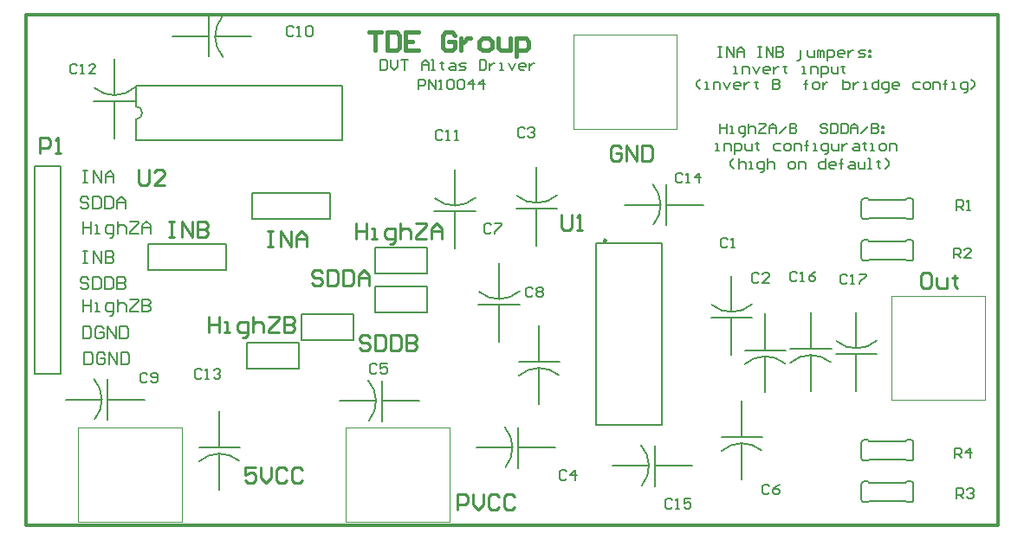
<source format=gto>
G04 Layer_Color=65535*
%FSLAX44Y44*%
%MOMM*%
G71*
G01*
G75*
%ADD17C,0.3000*%
%ADD31C,0.2000*%
%ADD32C,0.2500*%
%ADD33C,0.1524*%
%ADD34C,0.0500*%
%ADD35C,0.2540*%
%ADD36C,0.1500*%
%ADD37C,0.4000*%
D17*
X-31750Y-38100D02*
X918250D01*
X-31750D02*
Y461900D01*
X918250Y-38100D02*
Y461900D01*
X-31750D02*
X918250D01*
D31*
X75530Y359410D02*
G03*
X75530Y372110I0J6350D01*
G01*
X35390Y389992D02*
G03*
X74748Y390679I19284J22981D01*
G01*
X368130Y282042D02*
G03*
X407488Y282729I19284J22981D01*
G01*
X160122Y459910D02*
G03*
X160809Y420552I22981J-19284D01*
G01*
X687240Y35458D02*
G03*
X647882Y34771I-19284J-22981D01*
G01*
X303428Y64600D02*
G03*
X302741Y103958I-22981J19284D01*
G01*
X436778Y18880D02*
G03*
X436091Y58238I-22981J19284D01*
G01*
X35458Y65870D02*
G03*
X34771Y105228I-22981J19284D01*
G01*
X489120Y109118D02*
G03*
X449762Y108431I-19284J-22981D01*
G01*
X411310Y190602D02*
G03*
X450668Y191289I19284J22981D01*
G01*
X448140Y284582D02*
G03*
X487498Y285269I19284J22981D01*
G01*
X710100Y120548D02*
G03*
X670742Y119861I-19284J-22981D01*
G01*
X638640Y177902D02*
G03*
X677998Y178589I19284J22981D01*
G01*
X176700Y25298D02*
G03*
X137342Y24611I-19284J-22981D01*
G01*
X754550Y121818D02*
G03*
X715192Y121131I-19284J-22981D01*
G01*
X760560Y142342D02*
G03*
X799918Y143029I19284J22981D01*
G01*
X570128Y1100D02*
G03*
X569441Y40458I-22981J19284D01*
G01*
X581558Y256370D02*
G03*
X580871Y295728I-22981J19284D01*
G01*
X2540Y110490D02*
Y294640D01*
Y313690D01*
X-22860D02*
X2540D01*
X-22860Y110490D02*
Y313690D01*
Y110490D02*
X2540D01*
X184150Y115570D02*
Y140970D01*
X234950D01*
Y115570D02*
Y140970D01*
X184150Y115570D02*
X234950D01*
X237490Y143510D02*
Y168910D01*
X288290D01*
Y143510D02*
Y168910D01*
X237490Y143510D02*
X288290D01*
X309880Y208280D02*
Y233680D01*
X360680D01*
Y208280D02*
Y233680D01*
X309880Y208280D02*
X360680D01*
X309880Y170180D02*
Y195580D01*
X360680D01*
Y170180D02*
Y195580D01*
X309880Y170180D02*
X360680D01*
X163830Y212090D02*
Y237490D01*
X87630Y212090D02*
X163830D01*
X87630D02*
Y237490D01*
X163830D01*
X75530Y392260D02*
X277530D01*
X75530Y339260D02*
X277530D01*
Y392260D01*
X75530Y372110D02*
Y392260D01*
Y339260D02*
Y359410D01*
X265430Y261620D02*
Y287020D01*
X189230Y261620D02*
X265430D01*
X189230D02*
Y287020D01*
X265430D01*
X525530Y60360D02*
Y237960D01*
X589830Y60360D02*
Y237960D01*
X525530D02*
X589830D01*
X525530Y60360D02*
X589830D01*
X54610Y340980D02*
Y377230D01*
Y383230D02*
Y418230D01*
X34610Y377230D02*
X74610D01*
X387350Y233030D02*
Y269280D01*
Y275280D02*
Y310280D01*
X367350Y269280D02*
X407350D01*
X111110Y440690D02*
X147360D01*
X153360D02*
X188360D01*
X147360Y420690D02*
Y460690D01*
X668020Y48220D02*
Y84470D01*
Y7220D02*
Y42220D01*
X648020Y48220D02*
X688020D01*
X316190Y83820D02*
X352440D01*
X275190D02*
X310190D01*
X316190Y63820D02*
Y103820D01*
X449540Y38100D02*
X485790D01*
X408540D02*
X443540D01*
X449540Y18100D02*
Y58100D01*
X48220Y85090D02*
X84470D01*
X7220D02*
X42220D01*
X48220Y65090D02*
Y105090D01*
X469900Y121880D02*
Y158130D01*
Y80880D02*
Y115880D01*
X449900Y121880D02*
X489900D01*
X430530Y141590D02*
Y177840D01*
Y183840D02*
Y218840D01*
X410530Y177840D02*
X450530D01*
X467360Y235570D02*
Y271820D01*
Y277820D02*
Y312820D01*
X447360Y271820D02*
X487360D01*
X690880Y133310D02*
Y169560D01*
Y92310D02*
Y127310D01*
X670880Y133310D02*
X710880D01*
X657860Y128890D02*
Y165140D01*
Y171140D02*
Y206140D01*
X637860Y165140D02*
X677860D01*
X137480Y38060D02*
X177480D01*
X157480Y-2940D02*
Y32060D01*
Y38060D02*
Y74310D01*
X715330Y134580D02*
X755330D01*
X735330Y93580D02*
Y128580D01*
Y134580D02*
Y170830D01*
X759780Y129580D02*
X799780D01*
X779780Y135580D02*
Y170580D01*
Y93330D02*
Y129580D01*
X582890Y320D02*
Y40320D01*
X541890Y20320D02*
X576890D01*
X582890D02*
X619140D01*
X594320Y255590D02*
Y295590D01*
X553320Y275590D02*
X588320D01*
X594320D02*
X630570D01*
X18095Y412191D02*
X16428Y413857D01*
X13096D01*
X11430Y412191D01*
Y405526D01*
X13096Y403860D01*
X16428D01*
X18095Y405526D01*
X21427Y403860D02*
X24759D01*
X23093D01*
Y413857D01*
X21427Y412191D01*
X36422Y403860D02*
X29757D01*
X36422Y410524D01*
Y412191D01*
X34756Y413857D01*
X31424D01*
X29757Y412191D01*
X375600Y347294D02*
X373933Y348960D01*
X370601D01*
X368935Y347294D01*
Y340629D01*
X370601Y338963D01*
X373933D01*
X375600Y340629D01*
X378932Y338963D02*
X382264D01*
X380598D01*
Y348960D01*
X378932Y347294D01*
X387262Y338963D02*
X390595D01*
X388929D01*
Y348960D01*
X387262Y347294D01*
X230184Y449021D02*
X228518Y450687D01*
X225186D01*
X223520Y449021D01*
Y442356D01*
X225186Y440690D01*
X228518D01*
X230184Y442356D01*
X233517Y440690D02*
X236849D01*
X235183D01*
Y450687D01*
X233517Y449021D01*
X241847D02*
X243514Y450687D01*
X246846D01*
X248512Y449021D01*
Y442356D01*
X246846Y440690D01*
X243514D01*
X241847Y442356D01*
Y449021D01*
X695005Y711D02*
X693338Y2377D01*
X690006D01*
X688340Y711D01*
Y-5954D01*
X690006Y-7620D01*
X693338D01*
X695005Y-5954D01*
X705001Y2377D02*
X701669Y711D01*
X698337Y-2622D01*
Y-5954D01*
X700003Y-7620D01*
X703335D01*
X705001Y-5954D01*
Y-4288D01*
X703335Y-2622D01*
X698337D01*
X311465Y118821D02*
X309798Y120487D01*
X306466D01*
X304800Y118821D01*
Y112156D01*
X306466Y110490D01*
X309798D01*
X311465Y112156D01*
X321461Y120487D02*
X314797D01*
Y115488D01*
X318129Y117155D01*
X319795D01*
X321461Y115488D01*
Y112156D01*
X319795Y110490D01*
X316463D01*
X314797Y112156D01*
X496884Y14681D02*
X495218Y16347D01*
X491886D01*
X490220Y14681D01*
Y8016D01*
X491886Y6350D01*
X495218D01*
X496884Y8016D01*
X505215Y6350D02*
Y16347D01*
X500217Y11348D01*
X506881D01*
X86674Y109931D02*
X85008Y111597D01*
X81676D01*
X80010Y109931D01*
Y103266D01*
X81676Y101600D01*
X85008D01*
X86674Y103266D01*
X90007D02*
X91673Y101600D01*
X95005D01*
X96671Y103266D01*
Y109931D01*
X95005Y111597D01*
X91673D01*
X90007Y109931D01*
Y108265D01*
X91673Y106598D01*
X96671D01*
X463865Y193751D02*
X462198Y195417D01*
X458866D01*
X457200Y193751D01*
Y187086D01*
X458866Y185420D01*
X462198D01*
X463865Y187086D01*
X467197Y193751D02*
X468863Y195417D01*
X472195D01*
X473861Y193751D01*
Y192085D01*
X472195Y190418D01*
X473861Y188752D01*
Y187086D01*
X472195Y185420D01*
X468863D01*
X467197Y187086D01*
Y188752D01*
X468863Y190418D01*
X467197Y192085D01*
Y193751D01*
X468863Y190418D02*
X472195D01*
X423224Y255981D02*
X421558Y257647D01*
X418226D01*
X416560Y255981D01*
Y249316D01*
X418226Y247650D01*
X421558D01*
X423224Y249316D01*
X426557Y257647D02*
X433221D01*
Y255981D01*
X426557Y249316D01*
Y247650D01*
X455610Y349834D02*
X453943Y351500D01*
X450611D01*
X448945Y349834D01*
Y343169D01*
X450611Y341503D01*
X453943D01*
X455610Y343169D01*
X458942Y349834D02*
X460608Y351500D01*
X463940D01*
X465606Y349834D01*
Y348167D01*
X463940Y346501D01*
X462274D01*
X463940D01*
X465606Y344835D01*
Y343169D01*
X463940Y341503D01*
X460608D01*
X458942Y343169D01*
X684845Y207721D02*
X683178Y209387D01*
X679846D01*
X678180Y207721D01*
Y201056D01*
X679846Y199390D01*
X683178D01*
X684845Y201056D01*
X694841Y199390D02*
X688177D01*
X694841Y206054D01*
Y207721D01*
X693175Y209387D01*
X689843D01*
X688177Y207721D01*
X654364Y242011D02*
X652698Y243677D01*
X649366D01*
X647700Y242011D01*
Y235346D01*
X649366Y233680D01*
X652698D01*
X654364Y235346D01*
X657697Y233680D02*
X661029D01*
X659363D01*
Y243677D01*
X657697Y242011D01*
X140014Y113741D02*
X138348Y115407D01*
X135016D01*
X133350Y113741D01*
Y107076D01*
X135016Y105410D01*
X138348D01*
X140014Y107076D01*
X143347Y105410D02*
X146679D01*
X145013D01*
Y115407D01*
X143347Y113741D01*
X151677D02*
X153344Y115407D01*
X156676D01*
X158342Y113741D01*
Y112074D01*
X156676Y110408D01*
X155010D01*
X156676D01*
X158342Y108742D01*
Y107076D01*
X156676Y105410D01*
X153344D01*
X151677Y107076D01*
X721674Y208991D02*
X720008Y210657D01*
X716676D01*
X715010Y208991D01*
Y202326D01*
X716676Y200660D01*
X720008D01*
X721674Y202326D01*
X725007Y200660D02*
X728339D01*
X726673D01*
Y210657D01*
X725007Y208991D01*
X740002Y210657D02*
X736670Y208991D01*
X733337Y205658D01*
Y202326D01*
X735004Y200660D01*
X738336D01*
X740002Y202326D01*
Y203992D01*
X738336Y205658D01*
X733337D01*
X771205Y206451D02*
X769538Y208117D01*
X766206D01*
X764540Y206451D01*
Y199786D01*
X766206Y198120D01*
X769538D01*
X771205Y199786D01*
X774537Y198120D02*
X777869D01*
X776203D01*
Y208117D01*
X774537Y206451D01*
X782867Y208117D02*
X789532D01*
Y206451D01*
X782867Y199786D01*
Y198120D01*
X877570Y270510D02*
Y280507D01*
X882568D01*
X884234Y278841D01*
Y275508D01*
X882568Y273842D01*
X877570D01*
X880902D02*
X884234Y270510D01*
X887567D02*
X890899D01*
X889233D01*
Y280507D01*
X887567Y278841D01*
X875030Y223520D02*
Y233517D01*
X880028D01*
X881694Y231851D01*
Y228518D01*
X880028Y226852D01*
X875030D01*
X878362D02*
X881694Y223520D01*
X891691D02*
X885027D01*
X891691Y230184D01*
Y231851D01*
X890025Y233517D01*
X886693D01*
X885027Y231851D01*
X877570Y-11430D02*
Y-1433D01*
X882568D01*
X884234Y-3099D01*
Y-6432D01*
X882568Y-8098D01*
X877570D01*
X880902D02*
X884234Y-11430D01*
X887567Y-3099D02*
X889233Y-1433D01*
X892565D01*
X894231Y-3099D01*
Y-4766D01*
X892565Y-6432D01*
X890899D01*
X892565D01*
X894231Y-8098D01*
Y-9764D01*
X892565Y-11430D01*
X889233D01*
X887567Y-9764D01*
X876300Y27940D02*
Y37937D01*
X881298D01*
X882964Y36271D01*
Y32938D01*
X881298Y31272D01*
X876300D01*
X879632D02*
X882964Y27940D01*
X891295D02*
Y37937D01*
X886297Y32938D01*
X892961D01*
X609915Y305511D02*
X608248Y307177D01*
X604916D01*
X603250Y305511D01*
Y298846D01*
X604916Y297180D01*
X608248D01*
X609915Y298846D01*
X613247Y297180D02*
X616579D01*
X614913D01*
Y307177D01*
X613247Y305511D01*
X626576Y297180D02*
Y307177D01*
X621577Y302178D01*
X628242D01*
X599754Y-13259D02*
X598088Y-11593D01*
X594756D01*
X593090Y-13259D01*
Y-19924D01*
X594756Y-21590D01*
X598088D01*
X599754Y-19924D01*
X603087Y-21590D02*
X606419D01*
X604753D01*
Y-11593D01*
X603087Y-13259D01*
X618082Y-11593D02*
X611417D01*
Y-16592D01*
X614750Y-14926D01*
X616416D01*
X618082Y-16592D01*
Y-19924D01*
X616416Y-21590D01*
X613084D01*
X611417Y-19924D01*
X25400Y131376D02*
Y119380D01*
X31398D01*
X33397Y121379D01*
Y129377D01*
X31398Y131376D01*
X25400D01*
X45394Y129377D02*
X43394Y131376D01*
X39395D01*
X37396Y129377D01*
Y121379D01*
X39395Y119380D01*
X43394D01*
X45394Y121379D01*
Y125378D01*
X41395D01*
X49392Y119380D02*
Y131376D01*
X57390Y119380D01*
Y131376D01*
X61388D02*
Y119380D01*
X67386D01*
X69386Y121379D01*
Y129377D01*
X67386Y131376D01*
X61388D01*
X24130Y156776D02*
Y144780D01*
X30128D01*
X32127Y146779D01*
Y154777D01*
X30128Y156776D01*
X24130D01*
X44124Y154777D02*
X42124Y156776D01*
X38126D01*
X36126Y154777D01*
Y146779D01*
X38126Y144780D01*
X42124D01*
X44124Y146779D01*
Y150778D01*
X40125D01*
X48122Y144780D02*
Y156776D01*
X56120Y144780D01*
Y156776D01*
X60118D02*
Y144780D01*
X66116D01*
X68116Y146779D01*
Y154777D01*
X66116Y156776D01*
X60118D01*
X24130Y183446D02*
Y171450D01*
Y177448D01*
X32127D01*
Y183446D01*
Y171450D01*
X36126D02*
X40125D01*
X38126D01*
Y179447D01*
X36126D01*
X50122Y167451D02*
X52121D01*
X54120Y169451D01*
Y179447D01*
X48122D01*
X46123Y177448D01*
Y173449D01*
X48122Y171450D01*
X54120D01*
X58119Y183446D02*
Y171450D01*
Y177448D01*
X60118Y179447D01*
X64117D01*
X66116Y177448D01*
Y171450D01*
X70115Y183446D02*
X78113D01*
Y181447D01*
X70115Y173449D01*
Y171450D01*
X78113D01*
X82111Y183446D02*
Y171450D01*
X88109D01*
X90109Y173449D01*
Y175449D01*
X88109Y177448D01*
X82111D01*
X88109D01*
X90109Y179447D01*
Y181447D01*
X88109Y183446D01*
X82111D01*
X29587Y203037D02*
X27588Y205036D01*
X23589D01*
X21590Y203037D01*
Y201037D01*
X23589Y199038D01*
X27588D01*
X29587Y197039D01*
Y195039D01*
X27588Y193040D01*
X23589D01*
X21590Y195039D01*
X33586Y205036D02*
Y193040D01*
X39584D01*
X41583Y195039D01*
Y203037D01*
X39584Y205036D01*
X33586D01*
X45582D02*
Y193040D01*
X51580D01*
X53580Y195039D01*
Y203037D01*
X51580Y205036D01*
X45582D01*
X57578D02*
Y193040D01*
X63576D01*
X65576Y195039D01*
Y197039D01*
X63576Y199038D01*
X57578D01*
X63576D01*
X65576Y201037D01*
Y203037D01*
X63576Y205036D01*
X57578D01*
X24130Y230436D02*
X28129D01*
X26129D01*
Y218440D01*
X24130D01*
X28129D01*
X34127D02*
Y230436D01*
X42124Y218440D01*
Y230436D01*
X46123D02*
Y218440D01*
X52121D01*
X54120Y220439D01*
Y222439D01*
X52121Y224438D01*
X46123D01*
X52121D01*
X54120Y226437D01*
Y228437D01*
X52121Y230436D01*
X46123D01*
X24130Y259646D02*
Y247650D01*
Y253648D01*
X32127D01*
Y259646D01*
Y247650D01*
X36126D02*
X40125D01*
X38126D01*
Y255647D01*
X36126D01*
X50122Y243651D02*
X52121D01*
X54120Y245651D01*
Y255647D01*
X48122D01*
X46123Y253648D01*
Y249649D01*
X48122Y247650D01*
X54120D01*
X58119Y259646D02*
Y247650D01*
Y253648D01*
X60118Y255647D01*
X64117D01*
X66116Y253648D01*
Y247650D01*
X70115Y259646D02*
X78113D01*
Y257647D01*
X70115Y249649D01*
Y247650D01*
X78113D01*
X82111D02*
Y255647D01*
X86110Y259646D01*
X90109Y255647D01*
Y247650D01*
Y253648D01*
X82111D01*
X29587Y281777D02*
X27588Y283776D01*
X23589D01*
X21590Y281777D01*
Y279777D01*
X23589Y277778D01*
X27588D01*
X29587Y275779D01*
Y273779D01*
X27588Y271780D01*
X23589D01*
X21590Y273779D01*
X33586Y283776D02*
Y271780D01*
X39584D01*
X41583Y273779D01*
Y281777D01*
X39584Y283776D01*
X33586D01*
X45582D02*
Y271780D01*
X51580D01*
X53580Y273779D01*
Y281777D01*
X51580Y283776D01*
X45582D01*
X57578Y271780D02*
Y279777D01*
X61577Y283776D01*
X65576Y279777D01*
Y271780D01*
Y277778D01*
X57578D01*
X24130Y309176D02*
X28129D01*
X26129D01*
Y297180D01*
X24130D01*
X28129D01*
X34127D02*
Y309176D01*
X42124Y297180D01*
Y309176D01*
X46123Y297180D02*
Y305177D01*
X50122Y309176D01*
X54120Y305177D01*
Y297180D01*
Y303178D01*
X46123D01*
D32*
X535280Y240910D02*
G03*
X535280Y240910I-1250J0D01*
G01*
D33*
X787400Y281940D02*
G03*
X784860Y279400I0J-2540D01*
G01*
Y264160D02*
G03*
X787400Y261620I2540J0D01*
G01*
X833120D02*
G03*
X835660Y264160I0J2540D01*
G01*
Y279400D02*
G03*
X833120Y281940I-2540J0D01*
G01*
X787400Y241300D02*
G03*
X784860Y238760I0J-2540D01*
G01*
Y223520D02*
G03*
X787400Y220980I2540J0D01*
G01*
X833120D02*
G03*
X835660Y223520I0J2540D01*
G01*
Y238760D02*
G03*
X833120Y241300I-2540J0D01*
G01*
X787400Y5080D02*
G03*
X784860Y2540I0J-2540D01*
G01*
Y-12700D02*
G03*
X787400Y-15240I2540J0D01*
G01*
X833120D02*
G03*
X835660Y-12700I0J2540D01*
G01*
Y2540D02*
G03*
X833120Y5080I-2540J0D01*
G01*
X787400Y45720D02*
G03*
X784860Y43180I0J-2540D01*
G01*
Y27940D02*
G03*
X787400Y25400I2540J0D01*
G01*
X833120D02*
G03*
X835660Y27940I0J2540D01*
G01*
Y43180D02*
G03*
X833120Y45720I-2540J0D01*
G01*
X784860Y264160D02*
Y279400D01*
X787400Y281940D02*
X791210D01*
X792480Y280670D01*
X787400Y261620D02*
X791210D01*
X792480Y262890D01*
X828040Y280670D02*
X829310Y281940D01*
X792480Y280670D02*
X828040D01*
Y262890D02*
X829310Y261620D01*
X792480Y262890D02*
X828040D01*
X829310Y281940D02*
X833120D01*
X829310Y261620D02*
X833120D01*
X835660Y264160D02*
Y279400D01*
X784860Y223520D02*
Y238760D01*
X787400Y241300D02*
X791210D01*
X792480Y240030D01*
X787400Y220980D02*
X791210D01*
X792480Y222250D01*
X828040Y240030D02*
X829310Y241300D01*
X792480Y240030D02*
X828040D01*
Y222250D02*
X829310Y220980D01*
X792480Y222250D02*
X828040D01*
X829310Y241300D02*
X833120D01*
X829310Y220980D02*
X833120D01*
X835660Y223520D02*
Y238760D01*
X784860Y-12700D02*
Y2540D01*
X787400Y5080D02*
X791210D01*
X792480Y3810D01*
X787400Y-15240D02*
X791210D01*
X792480Y-13970D01*
X828040Y3810D02*
X829310Y5080D01*
X792480Y3810D02*
X828040D01*
Y-13970D02*
X829310Y-15240D01*
X792480Y-13970D02*
X828040D01*
X829310Y5080D02*
X833120D01*
X829310Y-15240D02*
X833120D01*
X835660Y-12700D02*
Y2540D01*
X784860Y27940D02*
Y43180D01*
X787400Y45720D02*
X791210D01*
X792480Y44450D01*
X787400Y25400D02*
X791210D01*
X792480Y26670D01*
X828040Y44450D02*
X829310Y45720D01*
X792480Y44450D02*
X828040D01*
Y26670D02*
X829310Y25400D01*
X792480Y26670D02*
X828040D01*
X829310Y45720D02*
X833120D01*
X829310Y25400D02*
X833120D01*
X835660Y27940D02*
Y43180D01*
D34*
X19250Y57900D02*
X120450D01*
X19250Y-34100D02*
Y57900D01*
Y-34100D02*
X120450D01*
Y57900D01*
X280870D02*
X382070D01*
X280870Y-34100D02*
Y57900D01*
Y-34100D02*
X382070D01*
Y57900D01*
X503120Y350240D02*
X604320D01*
Y442240D01*
X503120D02*
X604320D01*
X503120Y350240D02*
Y442240D01*
X813790Y186490D02*
X905790D01*
Y85290D02*
Y186490D01*
X813790Y85290D02*
X905790D01*
X813790D02*
Y186490D01*
D35*
X491617Y266568D02*
Y253872D01*
X494156Y251333D01*
X499235D01*
X501774Y253872D01*
Y266568D01*
X506852Y251333D02*
X511930D01*
X509391D01*
Y266568D01*
X506852Y264029D01*
X389890Y-22860D02*
Y-7625D01*
X397508D01*
X400047Y-10164D01*
Y-15243D01*
X397508Y-17782D01*
X389890D01*
X405125Y-7625D02*
Y-17782D01*
X410203Y-22860D01*
X415282Y-17782D01*
Y-7625D01*
X430517Y-10164D02*
X427978Y-7625D01*
X422899D01*
X420360Y-10164D01*
Y-20321D01*
X422899Y-22860D01*
X427978D01*
X430517Y-20321D01*
X445752Y-10164D02*
X443213Y-7625D01*
X438134D01*
X435595Y-10164D01*
Y-20321D01*
X438134Y-22860D01*
X443213D01*
X445752Y-20321D01*
X549907Y331466D02*
X547368Y334005D01*
X542289D01*
X539750Y331466D01*
Y321309D01*
X542289Y318770D01*
X547368D01*
X549907Y321309D01*
Y326387D01*
X544828D01*
X554985Y318770D02*
Y334005D01*
X565142Y318770D01*
Y334005D01*
X570220D02*
Y318770D01*
X577838D01*
X580377Y321309D01*
Y331466D01*
X577838Y334005D01*
X570220D01*
X193037Y19045D02*
X182880D01*
Y11428D01*
X187958Y13967D01*
X190497D01*
X193037Y11428D01*
Y6349D01*
X190497Y3810D01*
X185419D01*
X182880Y6349D01*
X198115Y19045D02*
Y8888D01*
X203193Y3810D01*
X208272Y8888D01*
Y19045D01*
X223507Y16506D02*
X220968Y19045D01*
X215889D01*
X213350Y16506D01*
Y6349D01*
X215889Y3810D01*
X220968D01*
X223507Y6349D01*
X238742Y16506D02*
X236203Y19045D01*
X231124D01*
X228585Y16506D01*
Y6349D01*
X231124Y3810D01*
X236203D01*
X238742Y6349D01*
X-17780Y326390D02*
Y341625D01*
X-10163D01*
X-7623Y339086D01*
Y334007D01*
X-10163Y331468D01*
X-17780D01*
X-2545Y326390D02*
X2533D01*
X-6D01*
Y341625D01*
X-2545Y339086D01*
X290830Y257805D02*
Y242570D01*
Y250187D01*
X300987D01*
Y257805D01*
Y242570D01*
X306065D02*
X311143D01*
X308604D01*
Y252727D01*
X306065D01*
X323839Y237492D02*
X326379D01*
X328918Y240031D01*
Y252727D01*
X321300D01*
X318761Y250187D01*
Y245109D01*
X321300Y242570D01*
X328918D01*
X333996Y257805D02*
Y242570D01*
Y250187D01*
X336535Y252727D01*
X341614D01*
X344153Y250187D01*
Y242570D01*
X349231Y257805D02*
X359388D01*
Y255266D01*
X349231Y245109D01*
Y242570D01*
X359388D01*
X364466D02*
Y252727D01*
X369544Y257805D01*
X374623Y252727D01*
Y242570D01*
Y250187D01*
X364466D01*
X147320Y166365D02*
Y151130D01*
Y158748D01*
X157477D01*
Y166365D01*
Y151130D01*
X162555D02*
X167633D01*
X165094D01*
Y161287D01*
X162555D01*
X180329Y146052D02*
X182868D01*
X185408Y148591D01*
Y161287D01*
X177790D01*
X175251Y158748D01*
Y153669D01*
X177790Y151130D01*
X185408D01*
X190486Y166365D02*
Y151130D01*
Y158748D01*
X193025Y161287D01*
X198104D01*
X200643Y158748D01*
Y151130D01*
X205721Y166365D02*
X215878D01*
Y163826D01*
X205721Y153669D01*
Y151130D01*
X215878D01*
X220956Y166365D02*
Y151130D01*
X228574D01*
X231113Y153669D01*
Y156208D01*
X228574Y158748D01*
X220956D01*
X228574D01*
X231113Y161287D01*
Y163826D01*
X228574Y166365D01*
X220956D01*
X257807Y209546D02*
X255268Y212085D01*
X250189D01*
X247650Y209546D01*
Y207007D01*
X250189Y204468D01*
X255268D01*
X257807Y201928D01*
Y199389D01*
X255268Y196850D01*
X250189D01*
X247650Y199389D01*
X262885Y212085D02*
Y196850D01*
X270503D01*
X273042Y199389D01*
Y209546D01*
X270503Y212085D01*
X262885D01*
X278120D02*
Y196850D01*
X285738D01*
X288277Y199389D01*
Y209546D01*
X285738Y212085D01*
X278120D01*
X293355Y196850D02*
Y207007D01*
X298434Y212085D01*
X303512Y207007D01*
Y196850D01*
Y204468D01*
X293355D01*
X304797Y146046D02*
X302257Y148585D01*
X297179D01*
X294640Y146046D01*
Y143507D01*
X297179Y140968D01*
X302257D01*
X304797Y138428D01*
Y135889D01*
X302257Y133350D01*
X297179D01*
X294640Y135889D01*
X309875Y148585D02*
Y133350D01*
X317493D01*
X320032Y135889D01*
Y146046D01*
X317493Y148585D01*
X309875D01*
X325110D02*
Y133350D01*
X332728D01*
X335267Y135889D01*
Y146046D01*
X332728Y148585D01*
X325110D01*
X340345D02*
Y133350D01*
X347963D01*
X350502Y135889D01*
Y138428D01*
X347963Y140968D01*
X340345D01*
X347963D01*
X350502Y143507D01*
Y146046D01*
X347963Y148585D01*
X340345D01*
X107950Y259075D02*
X113028D01*
X110489D01*
Y243840D01*
X107950D01*
X113028D01*
X120646D02*
Y259075D01*
X130803Y243840D01*
Y259075D01*
X135881D02*
Y243840D01*
X143498D01*
X146038Y246379D01*
Y248918D01*
X143498Y251458D01*
X135881D01*
X143498D01*
X146038Y253997D01*
Y256536D01*
X143498Y259075D01*
X135881D01*
X78740Y309875D02*
Y297179D01*
X81279Y294640D01*
X86357D01*
X88897Y297179D01*
Y309875D01*
X104132Y294640D02*
X93975D01*
X104132Y304797D01*
Y307336D01*
X101593Y309875D01*
X96514D01*
X93975Y307336D01*
X850898Y209545D02*
X845819D01*
X843280Y207006D01*
Y196849D01*
X845819Y194310D01*
X850898D01*
X853437Y196849D01*
Y207006D01*
X850898Y209545D01*
X858515Y204467D02*
Y196849D01*
X861054Y194310D01*
X868672D01*
Y204467D01*
X876289Y207006D02*
Y204467D01*
X873750D01*
X878829D01*
X876289D01*
Y196849D01*
X878829Y194310D01*
X204470Y250185D02*
X209548D01*
X207009D01*
Y234950D01*
X204470D01*
X209548D01*
X217166D02*
Y250185D01*
X227323Y234950D01*
Y250185D01*
X232401Y234950D02*
Y245107D01*
X237479Y250185D01*
X242558Y245107D01*
Y234950D01*
Y242568D01*
X232401D01*
D36*
X351790Y388620D02*
Y398617D01*
X356788D01*
X358455Y396951D01*
Y393618D01*
X356788Y391952D01*
X351790D01*
X361787Y388620D02*
Y398617D01*
X368451Y388620D01*
Y398617D01*
X371784Y388620D02*
X375116D01*
X373450D01*
Y398617D01*
X371784Y396951D01*
X380114D02*
X381780Y398617D01*
X385113D01*
X386779Y396951D01*
Y390286D01*
X385113Y388620D01*
X381780D01*
X380114Y390286D01*
Y396951D01*
X390111D02*
X391777Y398617D01*
X395109D01*
X396776Y396951D01*
Y390286D01*
X395109Y388620D01*
X391777D01*
X390111Y390286D01*
Y396951D01*
X405106Y388620D02*
Y398617D01*
X400108Y393618D01*
X406772D01*
X415103Y388620D02*
Y398617D01*
X410104Y393618D01*
X416769D01*
X314960Y417667D02*
Y407670D01*
X319958D01*
X321624Y409336D01*
Y416001D01*
X319958Y417667D01*
X314960D01*
X324957D02*
Y411002D01*
X328289Y407670D01*
X331621Y411002D01*
Y417667D01*
X334954D02*
X341618D01*
X338286D01*
Y407670D01*
X354947D02*
Y414334D01*
X358279Y417667D01*
X361612Y414334D01*
Y407670D01*
Y412668D01*
X354947D01*
X364944Y407670D02*
X368276D01*
X366610D01*
Y417667D01*
X364944D01*
X374941Y416001D02*
Y414334D01*
X373274D01*
X376607D01*
X374941D01*
Y409336D01*
X376607Y407670D01*
X383271Y414334D02*
X386604D01*
X388270Y412668D01*
Y407670D01*
X383271D01*
X381605Y409336D01*
X383271Y411002D01*
X388270D01*
X391602Y407670D02*
X396600D01*
X398266Y409336D01*
X396600Y411002D01*
X393268D01*
X391602Y412668D01*
X393268Y414334D01*
X398266D01*
X411595Y417667D02*
Y407670D01*
X416594D01*
X418260Y409336D01*
Y416001D01*
X416594Y417667D01*
X411595D01*
X421592Y414334D02*
Y407670D01*
Y411002D01*
X423258Y412668D01*
X424925Y414334D01*
X426591D01*
X431589Y407670D02*
X434921D01*
X433255D01*
Y414334D01*
X431589D01*
X439920D02*
X443252Y407670D01*
X446584Y414334D01*
X454915Y407670D02*
X451583D01*
X449916Y409336D01*
Y412668D01*
X451583Y414334D01*
X454915D01*
X456581Y412668D01*
Y411002D01*
X449916D01*
X459913Y414334D02*
Y407670D01*
Y411002D01*
X461579Y412668D01*
X463246Y414334D01*
X464912D01*
X645160Y430367D02*
X648492D01*
X646826D01*
Y420370D01*
X645160D01*
X648492D01*
X653491D02*
Y430367D01*
X660155Y420370D01*
Y430367D01*
X663487Y420370D02*
Y427034D01*
X666820Y430367D01*
X670152Y427034D01*
Y420370D01*
Y425368D01*
X663487D01*
X683481Y430367D02*
X686813D01*
X685147D01*
Y420370D01*
X683481D01*
X686813D01*
X691812D02*
Y430367D01*
X698476Y420370D01*
Y430367D01*
X701808D02*
Y420370D01*
X706807D01*
X708473Y422036D01*
Y423702D01*
X706807Y425368D01*
X701808D01*
X706807D01*
X708473Y427034D01*
Y428701D01*
X706807Y430367D01*
X701808D01*
X721802Y417038D02*
X723468D01*
X725134Y418704D01*
Y427034D01*
X731799D02*
Y422036D01*
X733465Y420370D01*
X738463D01*
Y427034D01*
X741796Y420370D02*
Y427034D01*
X743462D01*
X745128Y425368D01*
Y420370D01*
Y425368D01*
X746794Y427034D01*
X748460Y425368D01*
Y420370D01*
X751792Y417038D02*
Y427034D01*
X756791D01*
X758457Y425368D01*
Y422036D01*
X756791Y420370D01*
X751792D01*
X766787D02*
X763455D01*
X761789Y422036D01*
Y425368D01*
X763455Y427034D01*
X766787D01*
X768454Y425368D01*
Y423702D01*
X761789D01*
X771786Y427034D02*
Y420370D01*
Y423702D01*
X773452Y425368D01*
X775118Y427034D01*
X776784D01*
X781783Y420370D02*
X786781D01*
X788447Y422036D01*
X786781Y423702D01*
X783449D01*
X781783Y425368D01*
X783449Y427034D01*
X788447D01*
X791779D02*
X793446D01*
Y425368D01*
X791779D01*
Y427034D01*
Y422036D02*
X793446D01*
Y420370D01*
X791779D01*
Y422036D01*
X646430Y355437D02*
Y345440D01*
Y350438D01*
X653094D01*
Y355437D01*
Y345440D01*
X656427D02*
X659759D01*
X658093D01*
Y352104D01*
X656427D01*
X668090Y342108D02*
X669756D01*
X671422Y343774D01*
Y352104D01*
X666424D01*
X664757Y350438D01*
Y347106D01*
X666424Y345440D01*
X671422D01*
X674754Y355437D02*
Y345440D01*
Y350438D01*
X676420Y352104D01*
X679753D01*
X681419Y350438D01*
Y345440D01*
X684751Y355437D02*
X691415D01*
Y353771D01*
X684751Y347106D01*
Y345440D01*
X691415D01*
X694748D02*
Y352104D01*
X698080Y355437D01*
X701412Y352104D01*
Y345440D01*
Y350438D01*
X694748D01*
X704744Y345440D02*
X711409Y352104D01*
X714741Y355437D02*
Y345440D01*
X719740D01*
X721406Y347106D01*
Y348772D01*
X719740Y350438D01*
X714741D01*
X719740D01*
X721406Y352104D01*
Y353771D01*
X719740Y355437D01*
X714741D01*
X751396Y353771D02*
X749730Y355437D01*
X746398D01*
X744732Y353771D01*
Y352104D01*
X746398Y350438D01*
X749730D01*
X751396Y348772D01*
Y347106D01*
X749730Y345440D01*
X746398D01*
X744732Y347106D01*
X754728Y355437D02*
Y345440D01*
X759727D01*
X761393Y347106D01*
Y353771D01*
X759727Y355437D01*
X754728D01*
X764725D02*
Y345440D01*
X769724D01*
X771390Y347106D01*
Y353771D01*
X769724Y355437D01*
X764725D01*
X774722Y345440D02*
Y352104D01*
X778054Y355437D01*
X781386Y352104D01*
Y345440D01*
Y350438D01*
X774722D01*
X784719Y345440D02*
X791383Y352104D01*
X794716Y355437D02*
Y345440D01*
X799714D01*
X801380Y347106D01*
Y348772D01*
X799714Y350438D01*
X794716D01*
X799714D01*
X801380Y352104D01*
Y353771D01*
X799714Y355437D01*
X794716D01*
X804712Y352104D02*
X806378D01*
Y350438D01*
X804712D01*
Y352104D01*
Y347106D02*
X806378D01*
Y345440D01*
X804712D01*
Y347106D01*
X642620Y328930D02*
X645952D01*
X644286D01*
Y335594D01*
X642620D01*
X650951Y328930D02*
Y335594D01*
X655949D01*
X657615Y333928D01*
Y328930D01*
X660947Y325598D02*
Y335594D01*
X665946D01*
X667612Y333928D01*
Y330596D01*
X665946Y328930D01*
X660947D01*
X670944Y335594D02*
Y330596D01*
X672610Y328930D01*
X677609D01*
Y335594D01*
X682607Y337261D02*
Y335594D01*
X680941D01*
X684273D01*
X682607D01*
Y330596D01*
X684273Y328930D01*
X705933Y335594D02*
X700935D01*
X699268Y333928D01*
Y330596D01*
X700935Y328930D01*
X705933D01*
X710931D02*
X714264D01*
X715930Y330596D01*
Y333928D01*
X714264Y335594D01*
X710931D01*
X709265Y333928D01*
Y330596D01*
X710931Y328930D01*
X719262D02*
Y335594D01*
X724260D01*
X725927Y333928D01*
Y328930D01*
X730925D02*
Y337261D01*
Y333928D01*
X729259D01*
X732591D01*
X730925D01*
Y337261D01*
X732591Y338927D01*
X737589Y328930D02*
X740922D01*
X739256D01*
Y335594D01*
X737589D01*
X749252Y325598D02*
X750918D01*
X752585Y327264D01*
Y335594D01*
X747586D01*
X745920Y333928D01*
Y330596D01*
X747586Y328930D01*
X752585D01*
X755917Y335594D02*
Y330596D01*
X757583Y328930D01*
X762581D01*
Y335594D01*
X765914D02*
Y328930D01*
Y332262D01*
X767580Y333928D01*
X769246Y335594D01*
X770912D01*
X777577D02*
X780909D01*
X782575Y333928D01*
Y328930D01*
X777577D01*
X775910Y330596D01*
X777577Y332262D01*
X782575D01*
X787573Y337261D02*
Y335594D01*
X785907D01*
X789239D01*
X787573D01*
Y330596D01*
X789239Y328930D01*
X794238D02*
X797570D01*
X795904D01*
Y335594D01*
X794238D01*
X804235Y328930D02*
X807567D01*
X809233Y330596D01*
Y333928D01*
X807567Y335594D01*
X804235D01*
X802568Y333928D01*
Y330596D01*
X804235Y328930D01*
X812565D02*
Y335594D01*
X817564D01*
X819230Y333928D01*
Y328930D01*
X660400Y403860D02*
X663732D01*
X662066D01*
Y410524D01*
X660400D01*
X668731Y403860D02*
Y410524D01*
X673729D01*
X675395Y408858D01*
Y403860D01*
X678727Y410524D02*
X682060Y403860D01*
X685392Y410524D01*
X693723Y403860D02*
X690390D01*
X688724Y405526D01*
Y408858D01*
X690390Y410524D01*
X693723D01*
X695389Y408858D01*
Y407192D01*
X688724D01*
X698721Y410524D02*
Y403860D01*
Y407192D01*
X700387Y408858D01*
X702053Y410524D01*
X703719D01*
X710384Y412191D02*
Y410524D01*
X708718D01*
X712050D01*
X710384D01*
Y405526D01*
X712050Y403860D01*
X727045D02*
X730377D01*
X728711D01*
Y410524D01*
X727045D01*
X735376Y403860D02*
Y410524D01*
X740374D01*
X742040Y408858D01*
Y403860D01*
X745373Y400528D02*
Y410524D01*
X750371D01*
X752037Y408858D01*
Y405526D01*
X750371Y403860D01*
X745373D01*
X755369Y410524D02*
Y405526D01*
X757036Y403860D01*
X762034D01*
Y410524D01*
X767032Y412191D02*
Y410524D01*
X765366D01*
X768698D01*
X767032D01*
Y405526D01*
X768698Y403860D01*
X626902Y388620D02*
X623570Y391952D01*
Y395285D01*
X626902Y398617D01*
X631901Y388620D02*
X635233D01*
X633567D01*
Y395285D01*
X631901D01*
X640231Y388620D02*
Y395285D01*
X645230D01*
X646896Y393618D01*
Y388620D01*
X650228Y395285D02*
X653560Y388620D01*
X656893Y395285D01*
X665223Y388620D02*
X661891D01*
X660225Y390286D01*
Y393618D01*
X661891Y395285D01*
X665223D01*
X666889Y393618D01*
Y391952D01*
X660225D01*
X670222Y395285D02*
Y388620D01*
Y391952D01*
X671888Y393618D01*
X673554Y395285D01*
X675220D01*
X681885Y396951D02*
Y395285D01*
X680218D01*
X683551D01*
X681885D01*
Y390286D01*
X683551Y388620D01*
X698546Y398617D02*
Y388620D01*
X703544D01*
X705210Y390286D01*
Y391952D01*
X703544Y393618D01*
X698546D01*
X703544D01*
X705210Y395285D01*
Y396951D01*
X703544Y398617D01*
X698546D01*
X730202Y388620D02*
Y396951D01*
Y393618D01*
X728536D01*
X731868D01*
X730202D01*
Y396951D01*
X731868Y398617D01*
X738533Y388620D02*
X741865D01*
X743531Y390286D01*
Y393618D01*
X741865Y395285D01*
X738533D01*
X736867Y393618D01*
Y390286D01*
X738533Y388620D01*
X746864Y395285D02*
Y388620D01*
Y391952D01*
X748530Y393618D01*
X750196Y395285D01*
X751862D01*
X766857Y398617D02*
Y388620D01*
X771855D01*
X773522Y390286D01*
Y391952D01*
Y393618D01*
X771855Y395285D01*
X766857D01*
X776854D02*
Y388620D01*
Y391952D01*
X778520Y393618D01*
X780186Y395285D01*
X781852D01*
X786851Y388620D02*
X790183D01*
X788517D01*
Y395285D01*
X786851D01*
X801846Y398617D02*
Y388620D01*
X796848D01*
X795181Y390286D01*
Y393618D01*
X796848Y395285D01*
X801846D01*
X808510Y385288D02*
X810176D01*
X811843Y386954D01*
Y395285D01*
X806844D01*
X805178Y393618D01*
Y390286D01*
X806844Y388620D01*
X811843D01*
X820173D02*
X816841D01*
X815175Y390286D01*
Y393618D01*
X816841Y395285D01*
X820173D01*
X821839Y393618D01*
Y391952D01*
X815175D01*
X841833Y395285D02*
X836835D01*
X835169Y393618D01*
Y390286D01*
X836835Y388620D01*
X841833D01*
X846831D02*
X850164D01*
X851830Y390286D01*
Y393618D01*
X850164Y395285D01*
X846831D01*
X845165Y393618D01*
Y390286D01*
X846831Y388620D01*
X855162D02*
Y395285D01*
X860160D01*
X861826Y393618D01*
Y388620D01*
X866825D02*
Y396951D01*
Y393618D01*
X865159D01*
X868491D01*
X866825D01*
Y396951D01*
X868491Y398617D01*
X873489Y388620D02*
X876822D01*
X875156D01*
Y395285D01*
X873489D01*
X885152Y385288D02*
X886818D01*
X888485Y386954D01*
Y395285D01*
X883486D01*
X881820Y393618D01*
Y390286D01*
X883486Y388620D01*
X888485D01*
X891817D02*
X895149Y391952D01*
Y395285D01*
X891817Y398617D01*
X659922Y311150D02*
X656590Y314482D01*
Y317815D01*
X659922Y321147D01*
X664921D02*
Y311150D01*
Y316148D01*
X666587Y317815D01*
X669919D01*
X671585Y316148D01*
Y311150D01*
X674917D02*
X678250D01*
X676584D01*
Y317815D01*
X674917D01*
X686580Y307818D02*
X688247D01*
X689913Y309484D01*
Y317815D01*
X684914D01*
X683248Y316148D01*
Y312816D01*
X684914Y311150D01*
X689913D01*
X693245Y321147D02*
Y311150D01*
Y316148D01*
X694911Y317815D01*
X698243D01*
X699909Y316148D01*
Y311150D01*
X714904D02*
X718237D01*
X719903Y312816D01*
Y316148D01*
X718237Y317815D01*
X714904D01*
X713238Y316148D01*
Y312816D01*
X714904Y311150D01*
X723235D02*
Y317815D01*
X728234D01*
X729900Y316148D01*
Y311150D01*
X749893Y321147D02*
Y311150D01*
X744895D01*
X743229Y312816D01*
Y316148D01*
X744895Y317815D01*
X749893D01*
X758224Y311150D02*
X754892D01*
X753225Y312816D01*
Y316148D01*
X754892Y317815D01*
X758224D01*
X759890Y316148D01*
Y314482D01*
X753225D01*
X764888Y311150D02*
Y319481D01*
Y316148D01*
X763222D01*
X766555D01*
X764888D01*
Y319481D01*
X766555Y321147D01*
X773219Y317815D02*
X776551D01*
X778217Y316148D01*
Y311150D01*
X773219D01*
X771553Y312816D01*
X773219Y314482D01*
X778217D01*
X781550Y317815D02*
Y312816D01*
X783216Y311150D01*
X788214D01*
Y317815D01*
X791546Y311150D02*
X794879D01*
X793213D01*
Y321147D01*
X791546D01*
X801543Y319481D02*
Y317815D01*
X799877D01*
X803209D01*
X801543D01*
Y312816D01*
X803209Y311150D01*
X808208D02*
X811540Y314482D01*
Y317815D01*
X808208Y321147D01*
D37*
X303530Y444714D02*
X315526D01*
X309528D01*
Y426720D01*
X321524Y444714D02*
Y426720D01*
X330521D01*
X333520Y429719D01*
Y441715D01*
X330521Y444714D01*
X321524D01*
X351515D02*
X339518D01*
Y426720D01*
X351515D01*
X339518Y435717D02*
X345516D01*
X387503Y441715D02*
X384504Y444714D01*
X378506D01*
X375507Y441715D01*
Y429719D01*
X378506Y426720D01*
X384504D01*
X387503Y429719D01*
Y435717D01*
X381505D01*
X393501Y438716D02*
Y426720D01*
Y432718D01*
X396500Y435717D01*
X399499Y438716D01*
X402498D01*
X414494Y426720D02*
X420492D01*
X423491Y429719D01*
Y435717D01*
X420492Y438716D01*
X414494D01*
X411495Y435717D01*
Y429719D01*
X414494Y426720D01*
X429489Y438716D02*
Y429719D01*
X432488Y426720D01*
X441485D01*
Y438716D01*
X447483Y420722D02*
Y438716D01*
X456480D01*
X459479Y435717D01*
Y429719D01*
X456480Y426720D01*
X447483D01*
M02*

</source>
